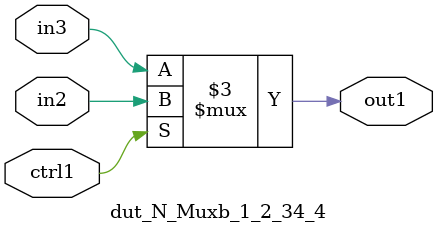
<source format=v>

`timescale 1ps / 1ps


module dut_N_Muxb_1_2_34_4( in3, in2, ctrl1, out1 );

    input in3;
    input in2;
    input ctrl1;
    output out1;
    reg out1;

    
    // rtl_process:dut_N_Muxb_1_2_34_4/dut_N_Muxb_1_2_34_4_thread_1
    always @*
      begin : dut_N_Muxb_1_2_34_4_thread_1
        case (ctrl1) 
          1'b1: 
            begin
              out1 = in2;
            end
          default: 
            begin
              out1 = in3;
            end
        endcase
      end

endmodule



</source>
